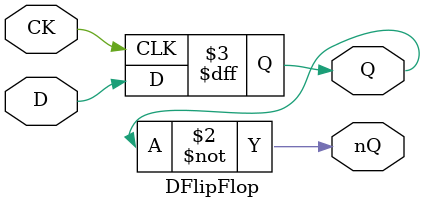
<source format=v>
module DFlipFlop(D, CK, Q, nQ);


	// FlipFlop D com ativação em borda de decida no Clock;
	
	input D, CK;
	output reg Q; 
	output nQ;
	
	always @ (posedge CK)begin
	
	 Q <= D;
	 
	 end
	 
	 not(nQ, Q);
	 
endmodule
</source>
